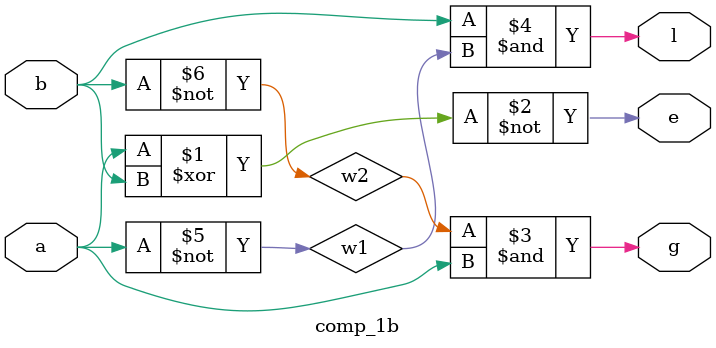
<source format=v>
module comp_1b(a,b,g,e,l);
     input a,b;
	   output g,e,l;
	   wire w1,w2;
	 
    not n1 (w1,a);	//w1 = ~a
    not n2 (w2,b);	 //w2 = ~b
    xnor x1(e,a,b);
    and a1(g,w2,a);
    and a2(l,b,w1);

endmodule

</source>
